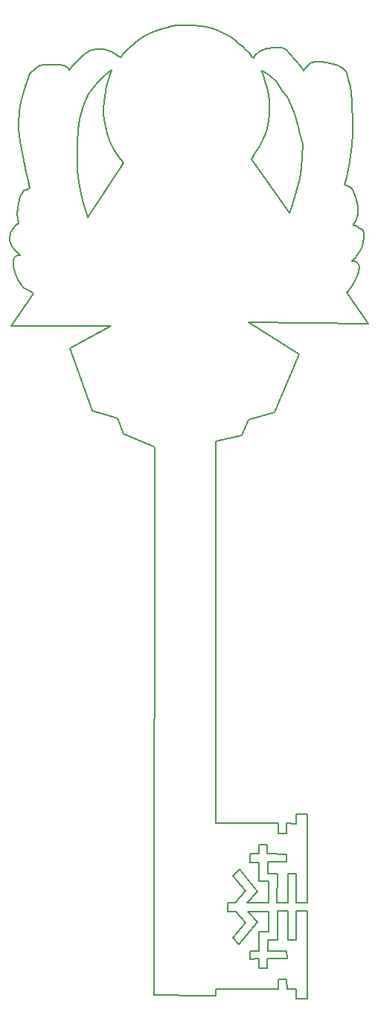
<source format=gm1>
G04 #@! TF.FileFunction,Profile,NP*
%FSLAX46Y46*%
G04 Gerber Fmt 4.6, Leading zero omitted, Abs format (unit mm)*
G04 Created by KiCad (PCBNEW 4.0.5) date Saturday, July 08, 2017 'AMt' 10:27:21 AM*
%MOMM*%
%LPD*%
G01*
G04 APERTURE LIST*
%ADD10C,0.100000*%
%ADD11C,0.150000*%
G04 APERTURE END LIST*
D10*
D11*
X171120000Y-49340000D02*
X170660000Y-50120000D01*
X171470000Y-48740000D02*
X171120000Y-49340000D01*
X171940000Y-47930000D02*
X171470000Y-48740000D01*
X172310000Y-46960000D02*
X171940000Y-47930000D01*
X172560000Y-46180000D02*
X172310000Y-46960000D01*
X172690000Y-45080000D02*
X172560000Y-46180000D01*
X172690000Y-44300000D02*
X172690000Y-45080000D01*
X172690000Y-43520000D02*
X172690000Y-44300000D01*
X172590000Y-42710000D02*
X172690000Y-43520000D01*
X172470000Y-41930000D02*
X172590000Y-42710000D01*
X172220000Y-41180000D02*
X172470000Y-41930000D01*
X172030000Y-40550000D02*
X172220000Y-41180000D01*
X171780000Y-40020000D02*
X172030000Y-40550000D01*
X171970000Y-40080000D02*
X171780000Y-40020000D01*
X172220000Y-40210000D02*
X171970000Y-40080000D01*
X172780000Y-40640000D02*
X172220000Y-40210000D01*
X173500000Y-41330000D02*
X172780000Y-40640000D01*
X174160000Y-42300000D02*
X173500000Y-41330000D01*
X174690000Y-43020000D02*
X174160000Y-42300000D01*
X175190000Y-44050000D02*
X174690000Y-43020000D01*
X175630000Y-45150000D02*
X175190000Y-44050000D01*
X176000000Y-46490000D02*
X175630000Y-45150000D01*
X176190000Y-47210000D02*
X176000000Y-46490000D01*
X176470000Y-48400000D02*
X176190000Y-47210000D01*
X176440000Y-49870000D02*
X176470000Y-48400000D01*
X176310000Y-51150000D02*
X176440000Y-49870000D01*
X176160000Y-52270000D02*
X176310000Y-51150000D01*
X175780000Y-53840000D02*
X176160000Y-52270000D01*
X175310000Y-55280000D02*
X175780000Y-53840000D01*
X175000000Y-56180000D02*
X175310000Y-55280000D01*
X170660000Y-50120000D02*
X175000000Y-56180000D01*
X151510000Y-55090000D02*
X152000000Y-56660000D01*
X151260000Y-54040000D02*
X151510000Y-55090000D01*
X151020000Y-52690000D02*
X151260000Y-54040000D01*
X150870000Y-51350000D02*
X151020000Y-52690000D01*
X150820000Y-50000000D02*
X150870000Y-51350000D01*
X150820000Y-48310000D02*
X150820000Y-50000000D01*
X150920000Y-46710000D02*
X150820000Y-48310000D01*
X151070000Y-45520000D02*
X150920000Y-46710000D01*
X151510000Y-44020000D02*
X151070000Y-45520000D01*
X152110000Y-42620000D02*
X151510000Y-44020000D01*
X153110000Y-41380000D02*
X152110000Y-42620000D01*
X153960000Y-40530000D02*
X153110000Y-41380000D01*
X154750000Y-39930000D02*
X153960000Y-40530000D01*
X154600000Y-40480000D02*
X154750000Y-39930000D01*
X154160000Y-41780000D02*
X154600000Y-40480000D01*
X153960000Y-42870000D02*
X154160000Y-41780000D01*
X153810000Y-44270000D02*
X153960000Y-42870000D01*
X153810000Y-45020000D02*
X153810000Y-44270000D01*
X153960000Y-46060000D02*
X153810000Y-45020000D01*
X154210000Y-47160000D02*
X153960000Y-46060000D01*
X154500000Y-47960000D02*
X154210000Y-47160000D01*
X155000000Y-49000000D02*
X154500000Y-47960000D01*
X155500000Y-49750000D02*
X155000000Y-49000000D01*
X156100000Y-50500000D02*
X155500000Y-49750000D01*
X152010000Y-56680000D02*
X156100000Y-50500000D01*
X159640000Y-82840000D02*
X159310000Y-82660000D01*
X159530000Y-145200000D02*
X159640000Y-82840000D01*
X165400000Y-145220000D02*
X159530000Y-145200000D01*
X166590000Y-145220000D02*
X165400000Y-145220000D01*
X166590000Y-145140000D02*
X166590000Y-145220000D01*
X166580000Y-144510000D02*
X166590000Y-145140000D01*
X173690000Y-144500000D02*
X166580000Y-144510000D01*
X173680000Y-143420000D02*
X173690000Y-144500000D01*
X174670000Y-143420000D02*
X173680000Y-143420000D01*
X174680000Y-144500000D02*
X174670000Y-143420000D01*
X175740000Y-144490000D02*
X174680000Y-144500000D01*
X175730000Y-145620000D02*
X175740000Y-144490000D01*
X177010000Y-145630000D02*
X175730000Y-145620000D01*
X177030000Y-135630000D02*
X177010000Y-145630000D01*
X175760000Y-135630000D02*
X177030000Y-135630000D01*
X175750000Y-138900000D02*
X175760000Y-135630000D01*
X174780000Y-138890000D02*
X175750000Y-138900000D01*
X174800000Y-135650000D02*
X174780000Y-138890000D01*
X173590000Y-135650000D02*
X174800000Y-135650000D01*
X173590000Y-138910000D02*
X173590000Y-135650000D01*
X172480000Y-138910000D02*
X173590000Y-138910000D01*
X172490000Y-140160000D02*
X172480000Y-138910000D01*
X174670000Y-140170000D02*
X172490000Y-140160000D01*
X174690000Y-141070000D02*
X174670000Y-140170000D01*
X172440000Y-141060000D02*
X174690000Y-141070000D01*
X172450000Y-142130000D02*
X172440000Y-141060000D01*
X171540000Y-142130000D02*
X172450000Y-142130000D01*
X171530000Y-141070000D02*
X171540000Y-142130000D01*
X170450000Y-141080000D02*
X171530000Y-141070000D01*
X170450000Y-140190000D02*
X170450000Y-141080000D01*
X171530000Y-140180000D02*
X170450000Y-140190000D01*
X171530000Y-138020000D02*
X171530000Y-140180000D01*
X172610000Y-138010000D02*
X171530000Y-138020000D01*
X172610000Y-135670000D02*
X172610000Y-138010000D01*
X170240000Y-135690000D02*
X172610000Y-135670000D01*
X171300000Y-136860000D02*
X170240000Y-135690000D01*
X169250000Y-139380000D02*
X171300000Y-136860000D01*
X168550000Y-138690000D02*
X169250000Y-139380000D01*
X169980000Y-136940000D02*
X168550000Y-138690000D01*
X168860000Y-135660000D02*
X169980000Y-136940000D01*
X167980000Y-135670000D02*
X168860000Y-135660000D01*
X167990000Y-134660000D02*
X167980000Y-135670000D01*
X168760000Y-134680000D02*
X167990000Y-134660000D01*
X170010000Y-133300000D02*
X168760000Y-134680000D01*
X168540000Y-131590000D02*
X170010000Y-133300000D01*
X169280000Y-130910000D02*
X168540000Y-131590000D01*
X171310000Y-133430000D02*
X169280000Y-130910000D01*
X170180000Y-134650000D02*
X171310000Y-133430000D01*
X170270000Y-134650000D02*
X170180000Y-134650000D01*
X172610000Y-134670000D02*
X170270000Y-134650000D01*
X172610000Y-132250000D02*
X172610000Y-134670000D01*
X172570000Y-132250000D02*
X172610000Y-132250000D01*
X171540000Y-132260000D02*
X172570000Y-132250000D01*
X171520000Y-130090000D02*
X171540000Y-132260000D01*
X170460000Y-130090000D02*
X171520000Y-130090000D01*
X170460000Y-129120000D02*
X170460000Y-130090000D01*
X171530000Y-129110000D02*
X170460000Y-129120000D01*
X171530000Y-128070000D02*
X171530000Y-129110000D01*
X172420000Y-128070000D02*
X171530000Y-128070000D01*
X172420000Y-129120000D02*
X172420000Y-128070000D01*
X174640000Y-129140000D02*
X172420000Y-129120000D01*
X174640000Y-130050000D02*
X174640000Y-129140000D01*
X172490000Y-130050000D02*
X174640000Y-130050000D01*
X172480000Y-131360000D02*
X172490000Y-130050000D01*
X173580000Y-131380000D02*
X172480000Y-131360000D01*
X173570000Y-134660000D02*
X173580000Y-131380000D01*
X174780000Y-134680000D02*
X173570000Y-134660000D01*
X174790000Y-131370000D02*
X174780000Y-134680000D01*
X175740000Y-131360000D02*
X174790000Y-131370000D01*
X175740000Y-134660000D02*
X175740000Y-131360000D01*
X177040000Y-134650000D02*
X175740000Y-134660000D01*
X177040000Y-124610000D02*
X177040000Y-134650000D01*
X175700000Y-124610000D02*
X177040000Y-124610000D01*
X175700000Y-125670000D02*
X175700000Y-124610000D01*
X174640000Y-125650000D02*
X175700000Y-125670000D01*
X174650000Y-126840000D02*
X174640000Y-125650000D01*
X173710000Y-126830000D02*
X174650000Y-126840000D01*
X173690000Y-125650000D02*
X173710000Y-126830000D01*
X166630000Y-125580000D02*
X173690000Y-125650000D01*
X166570000Y-82220000D02*
X166630000Y-125580000D01*
X169570000Y-81550000D02*
X166570000Y-82220000D01*
X170350000Y-79740000D02*
X169570000Y-81550000D01*
X173250000Y-78870000D02*
X170350000Y-79740000D01*
X176100000Y-72290000D02*
X173250000Y-78870000D01*
X170290000Y-68670000D02*
X176100000Y-72290000D01*
X183930000Y-68810000D02*
X170290000Y-68670000D01*
X181460000Y-65270000D02*
X183930000Y-68810000D01*
X181540000Y-65170000D02*
X181460000Y-65270000D01*
X181980000Y-64650000D02*
X181540000Y-65170000D01*
X182380000Y-64030000D02*
X181980000Y-64650000D01*
X182650000Y-63420000D02*
X182380000Y-64030000D01*
X182860000Y-62880000D02*
X182650000Y-63420000D01*
X182960000Y-62320000D02*
X182860000Y-62880000D01*
X182760000Y-61950000D02*
X182960000Y-62320000D01*
X182400000Y-61720000D02*
X182760000Y-61950000D01*
X182130000Y-61670000D02*
X182400000Y-61720000D01*
X182250000Y-61530000D02*
X182130000Y-61670000D01*
X182470000Y-61280000D02*
X182250000Y-61530000D01*
X182760000Y-60860000D02*
X182470000Y-61280000D01*
X182990000Y-60470000D02*
X182760000Y-60860000D01*
X183240000Y-60020000D02*
X182990000Y-60470000D01*
X183390000Y-59510000D02*
X183240000Y-60020000D01*
X183450000Y-59060000D02*
X183390000Y-59510000D01*
X183460000Y-58540000D02*
X183450000Y-59060000D01*
X183360000Y-58250000D02*
X183460000Y-58540000D01*
X183180000Y-58080000D02*
X183360000Y-58250000D01*
X182960000Y-57950000D02*
X183180000Y-58080000D01*
X182740000Y-57810000D02*
X182960000Y-57950000D01*
X182500000Y-57660000D02*
X182740000Y-57810000D01*
X182230000Y-57590000D02*
X182500000Y-57660000D01*
X182280000Y-57490000D02*
X182230000Y-57590000D01*
X182470000Y-57140000D02*
X182280000Y-57490000D01*
X182650000Y-56680000D02*
X182470000Y-57140000D01*
X182790000Y-56260000D02*
X182650000Y-56680000D01*
X182790000Y-55860000D02*
X182790000Y-56260000D01*
X182740000Y-55420000D02*
X182790000Y-55860000D01*
X182690000Y-55080000D02*
X182740000Y-55420000D01*
X182620000Y-54680000D02*
X182690000Y-55080000D01*
X182450000Y-54260000D02*
X182620000Y-54680000D01*
X182330000Y-53970000D02*
X182450000Y-54260000D01*
X182150000Y-53600000D02*
X182330000Y-53970000D01*
X181930000Y-53330000D02*
X182150000Y-53600000D01*
X181690000Y-53160000D02*
X181930000Y-53330000D01*
X181410000Y-53050000D02*
X181690000Y-53160000D01*
X181220000Y-52980000D02*
X181410000Y-53050000D01*
X181410000Y-52470000D02*
X181220000Y-52980000D01*
X181760000Y-50890000D02*
X181410000Y-52470000D01*
X181960000Y-49760000D02*
X181760000Y-50890000D01*
X182130000Y-48520000D02*
X181960000Y-49760000D01*
X182170000Y-47130000D02*
X182130000Y-48520000D01*
X182170000Y-46140000D02*
X182170000Y-47130000D01*
X182110000Y-43590000D02*
X182170000Y-46140000D01*
X182000000Y-42500000D02*
X182110000Y-43590000D01*
X181880000Y-41830000D02*
X182000000Y-42500000D01*
X181670000Y-41060000D02*
X181880000Y-41830000D01*
X181550000Y-40550000D02*
X181670000Y-41060000D01*
X181370000Y-40070000D02*
X181550000Y-40550000D01*
X181110000Y-39790000D02*
X181370000Y-40070000D01*
X180780000Y-39590000D02*
X181110000Y-39790000D01*
X180320000Y-39380000D02*
X180780000Y-39590000D01*
X179880000Y-39230000D02*
X180320000Y-39380000D01*
X179170000Y-39070000D02*
X179880000Y-39230000D01*
X178590000Y-39030000D02*
X179170000Y-39070000D01*
X178020000Y-39030000D02*
X178590000Y-39030000D01*
X177460000Y-39130000D02*
X178020000Y-39030000D01*
X177160000Y-39350000D02*
X177460000Y-39130000D01*
X176850000Y-39660000D02*
X177160000Y-39350000D01*
X176620000Y-40000000D02*
X176850000Y-39660000D01*
X176520000Y-39870000D02*
X176620000Y-40000000D01*
X176240000Y-39530000D02*
X176520000Y-39870000D01*
X175750000Y-38920000D02*
X176240000Y-39530000D01*
X174980000Y-38080000D02*
X175750000Y-38920000D01*
X174620000Y-37650000D02*
X174980000Y-38080000D01*
X174160000Y-37370000D02*
X174620000Y-37650000D01*
X173700000Y-37370000D02*
X174160000Y-37370000D01*
X173190000Y-37370000D02*
X173700000Y-37370000D01*
X172450000Y-37520000D02*
X173190000Y-37370000D01*
X171720000Y-37730000D02*
X172450000Y-37520000D01*
X171300000Y-38030000D02*
X171720000Y-37730000D01*
X171020000Y-38290000D02*
X171300000Y-38030000D01*
X170870000Y-38610000D02*
X171020000Y-38290000D01*
X170770000Y-38470000D02*
X170870000Y-38610000D01*
X170410000Y-38030000D02*
X170770000Y-38470000D01*
X170000000Y-37640000D02*
X170410000Y-38030000D01*
X169700000Y-37310000D02*
X170000000Y-37640000D01*
X169240000Y-36950000D02*
X169700000Y-37310000D01*
X168880000Y-36620000D02*
X169240000Y-36950000D01*
X168350000Y-36250000D02*
X168880000Y-36620000D01*
X167830000Y-35940000D02*
X168350000Y-36250000D01*
X167330000Y-35710000D02*
X167830000Y-35940000D01*
X166840000Y-35470000D02*
X167330000Y-35710000D01*
X166170000Y-35220000D02*
X166840000Y-35470000D01*
X165480000Y-35040000D02*
X166170000Y-35220000D01*
X164850000Y-34920000D02*
X165480000Y-35040000D01*
X164160000Y-34870000D02*
X164850000Y-34920000D01*
X163420000Y-34820000D02*
X164160000Y-34870000D01*
X162810000Y-34820000D02*
X163420000Y-34820000D01*
X162220000Y-34840000D02*
X162810000Y-34820000D01*
X161610000Y-34960000D02*
X162220000Y-34840000D01*
X161070000Y-35090000D02*
X161610000Y-34960000D01*
X160430000Y-35250000D02*
X161070000Y-35090000D01*
X159920000Y-35430000D02*
X160430000Y-35250000D01*
X159200000Y-35730000D02*
X159920000Y-35430000D01*
X158560000Y-36040000D02*
X159200000Y-35730000D01*
X157880000Y-36500000D02*
X158560000Y-36040000D01*
X157340000Y-36910000D02*
X157880000Y-36500000D01*
X156670000Y-37490000D02*
X157340000Y-36910000D01*
X156170000Y-38010000D02*
X156670000Y-37490000D01*
X155760000Y-38530000D02*
X156170000Y-38010000D01*
X155580000Y-38410000D02*
X155760000Y-38530000D01*
X155120000Y-38040000D02*
X155580000Y-38410000D01*
X154630000Y-37800000D02*
X155120000Y-38040000D01*
X153810000Y-37560000D02*
X154630000Y-37800000D01*
X152960000Y-37560000D02*
X153810000Y-37560000D01*
X152280000Y-37710000D02*
X152960000Y-37560000D01*
X151610000Y-38200000D02*
X152280000Y-37710000D01*
X150910000Y-38840000D02*
X151610000Y-38200000D01*
X150370000Y-39410000D02*
X150910000Y-38840000D01*
X149940000Y-39960000D02*
X150370000Y-39410000D01*
X149880000Y-39870000D02*
X149940000Y-39960000D01*
X149730000Y-39690000D02*
X149880000Y-39870000D01*
X149360000Y-39410000D02*
X149730000Y-39690000D01*
X148780000Y-39350000D02*
X149360000Y-39410000D01*
X147990000Y-39320000D02*
X148780000Y-39350000D01*
X147010000Y-39350000D02*
X147990000Y-39320000D01*
X146560000Y-39450000D02*
X147010000Y-39350000D01*
X146010000Y-39840000D02*
X146560000Y-39450000D01*
X145550000Y-40300000D02*
X146010000Y-39840000D01*
X145340000Y-40570000D02*
X145550000Y-40300000D01*
X145220000Y-40880000D02*
X145340000Y-40570000D01*
X144880000Y-41760000D02*
X145220000Y-40880000D01*
X144390000Y-43590000D02*
X144880000Y-41760000D01*
X144270000Y-44600000D02*
X144390000Y-43590000D01*
X144150000Y-46150000D02*
X144270000Y-44600000D01*
X144180000Y-46670000D02*
X144150000Y-46150000D01*
X144360000Y-48100000D02*
X144180000Y-46670000D01*
X144820000Y-50720000D02*
X144360000Y-48100000D01*
X145000000Y-51570000D02*
X144820000Y-50720000D01*
X145250000Y-52520000D02*
X145000000Y-51570000D01*
X145460000Y-53430000D02*
X145250000Y-52520000D01*
X145250000Y-53460000D02*
X145460000Y-53430000D01*
X144790000Y-53620000D02*
X145250000Y-53460000D01*
X144540000Y-53890000D02*
X144790000Y-53620000D01*
X144360000Y-54350000D02*
X144540000Y-53890000D01*
X144180000Y-55050000D02*
X144360000Y-54350000D01*
X144090000Y-55570000D02*
X144180000Y-55050000D01*
X144030000Y-56360000D02*
X144090000Y-55570000D01*
X144090000Y-56880000D02*
X144030000Y-56360000D01*
X144180000Y-57390000D02*
X144090000Y-56880000D01*
X143940000Y-57520000D02*
X144180000Y-57390000D01*
X143510000Y-58060000D02*
X143940000Y-57520000D01*
X143260000Y-58520000D02*
X143510000Y-58060000D01*
X143140000Y-59130000D02*
X143260000Y-58520000D01*
X143140000Y-59440000D02*
X143140000Y-59130000D01*
X143390000Y-59980000D02*
X143140000Y-59440000D01*
X143720000Y-60410000D02*
X143390000Y-59980000D01*
X144300000Y-60990000D02*
X143720000Y-60410000D01*
X144060000Y-61020000D02*
X144300000Y-60990000D01*
X143750000Y-61200000D02*
X144060000Y-61020000D01*
X143590000Y-61560000D02*
X143750000Y-61200000D01*
X143590000Y-62260000D02*
X143590000Y-61560000D01*
X143740000Y-62960000D02*
X143590000Y-62260000D01*
X144060000Y-63790000D02*
X143740000Y-62960000D01*
X144440000Y-64350000D02*
X144060000Y-63790000D01*
X144780000Y-64730000D02*
X144440000Y-64350000D01*
X145230000Y-65030000D02*
X144780000Y-64730000D01*
X145830000Y-65310000D02*
X145230000Y-65030000D01*
X145730000Y-65490000D02*
X145830000Y-65310000D01*
X143300000Y-69080000D02*
X145730000Y-65490000D01*
X154640000Y-69020000D02*
X143300000Y-69080000D01*
X150020000Y-71580000D02*
X154640000Y-69020000D01*
X152520000Y-78750000D02*
X150020000Y-71580000D01*
X155410000Y-79590000D02*
X152520000Y-78750000D01*
X156110000Y-81320000D02*
X155410000Y-79590000D01*
X159310000Y-82660000D02*
X156110000Y-81320000D01*
M02*

</source>
